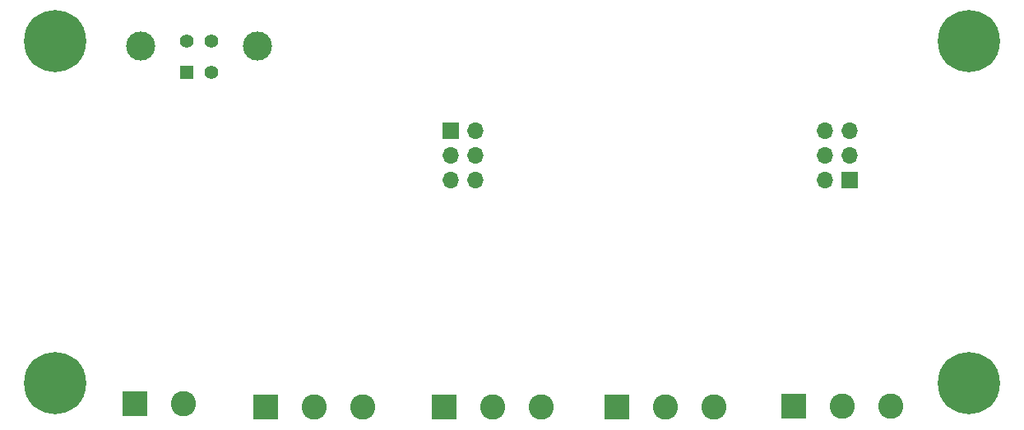
<source format=gbr>
%TF.GenerationSoftware,KiCad,Pcbnew,5.99.0-unknown-a0c54951d~102~ubuntu18.04.1*%
%TF.CreationDate,2020-08-17T14:08:57+02:00*%
%TF.ProjectId,AMPEL,414d5045-4c2e-46b6-9963-61645f706362,rev?*%
%TF.SameCoordinates,Original*%
%TF.FileFunction,Soldermask,Bot*%
%TF.FilePolarity,Negative*%
%FSLAX46Y46*%
G04 Gerber Fmt 4.6, Leading zero omitted, Abs format (unit mm)*
G04 Created by KiCad (PCBNEW 5.99.0-unknown-a0c54951d~102~ubuntu18.04.1) date 2020-08-17 14:08:57*
%MOMM*%
%LPD*%
G01*
G04 APERTURE LIST*
%ADD10R,2.600000X2.600000*%
%ADD11C,2.600000*%
%ADD12R,1.700000X1.700000*%
%ADD13O,1.700000X1.700000*%
%ADD14C,0.800000*%
%ADD15C,6.400000*%
%ADD16R,1.400000X1.400000*%
%ADD17C,1.400000*%
%ADD18C,3.000000*%
G04 APERTURE END LIST*
D10*
%TO.C,J7*%
X132638800Y-112623600D03*
D11*
X137638800Y-112623600D03*
X142638800Y-112623600D03*
%TD*%
D10*
%TO.C,J5*%
X168757600Y-112623600D03*
D11*
X173757600Y-112623600D03*
X178757600Y-112623600D03*
%TD*%
D12*
%TO.C,J8*%
X151660000Y-84220000D03*
D13*
X154200000Y-84220000D03*
X151660000Y-86760000D03*
X154200000Y-86760000D03*
X151660000Y-89300000D03*
X154200000Y-89300000D03*
%TD*%
D10*
%TO.C,J3*%
X186994800Y-112572800D03*
D11*
X191994800Y-112572800D03*
X196994800Y-112572800D03*
%TD*%
D14*
%TO.C,H3*%
X112697056Y-111897056D03*
D15*
X111000000Y-110200000D03*
D14*
X113400000Y-110200000D03*
X109302944Y-111897056D03*
X112697056Y-108502944D03*
X111000000Y-112600000D03*
X108600000Y-110200000D03*
X109302944Y-108502944D03*
X111000000Y-107800000D03*
%TD*%
D12*
%TO.C,J2*%
X192709800Y-89270000D03*
D13*
X190169800Y-89270000D03*
X192709800Y-86730000D03*
X190169800Y-86730000D03*
X192709800Y-84190000D03*
X190169800Y-84190000D03*
%TD*%
D14*
%TO.C,H2*%
X206697056Y-111897056D03*
D15*
X205000000Y-110200000D03*
D14*
X207400000Y-110200000D03*
X203302944Y-111897056D03*
X206697056Y-108502944D03*
X205000000Y-112600000D03*
X202600000Y-110200000D03*
X203302944Y-108502944D03*
X205000000Y-107800000D03*
%TD*%
D10*
%TO.C,J4*%
X150985200Y-112674400D03*
D11*
X155985200Y-112674400D03*
X160985200Y-112674400D03*
%TD*%
D14*
%TO.C,H1*%
X112697056Y-76697056D03*
D15*
X111000000Y-75000000D03*
D14*
X113400000Y-75000000D03*
X109302944Y-76697056D03*
X112697056Y-73302944D03*
X111000000Y-77400000D03*
X108600000Y-75000000D03*
X109302944Y-73302944D03*
X111000000Y-72600000D03*
%TD*%
%TO.C,H4*%
X206697056Y-76697056D03*
D15*
X205000000Y-75000000D03*
D14*
X207400000Y-75000000D03*
X203302944Y-76697056D03*
X206697056Y-73302944D03*
X205000000Y-77400000D03*
X202600000Y-75000000D03*
X203302944Y-73302944D03*
X205000000Y-72600000D03*
%TD*%
D16*
%TO.C,J1*%
X124510800Y-78181200D03*
D17*
X127010800Y-78181200D03*
X127010800Y-74981200D03*
X124510800Y-74981200D03*
D18*
X119740800Y-75471200D03*
X131780800Y-75471200D03*
%TD*%
D10*
%TO.C,J6*%
X119151400Y-112318800D03*
D11*
X124151400Y-112318800D03*
%TD*%
M02*

</source>
